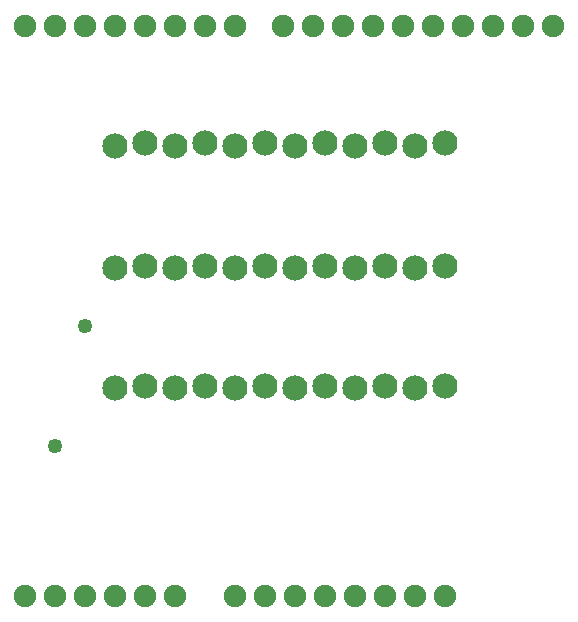
<source format=gbs>
G04 MADE WITH FRITZING*
G04 WWW.FRITZING.ORG*
G04 DOUBLE SIDED*
G04 HOLES PLATED*
G04 CONTOUR ON CENTER OF CONTOUR VECTOR*
%ASAXBY*%
%FSLAX23Y23*%
%MOIN*%
%OFA0B0*%
%SFA1.0B1.0*%
%ADD10C,0.084000*%
%ADD11C,0.075278*%
%ADD12C,0.049370*%
%LNMASK0*%
G90*
G70*
G54D10*
X507Y1618D03*
X607Y1626D03*
X707Y1618D03*
X807Y1626D03*
X907Y1618D03*
X1007Y1626D03*
X1107Y1618D03*
X1207Y1626D03*
X1307Y1618D03*
X1407Y1626D03*
X1507Y1618D03*
X1607Y1626D03*
X507Y1618D03*
X607Y1626D03*
X707Y1618D03*
X807Y1626D03*
X907Y1618D03*
X1007Y1626D03*
X1107Y1618D03*
X1207Y1626D03*
X1307Y1618D03*
X1407Y1626D03*
X1507Y1618D03*
X1607Y1626D03*
X507Y1618D03*
X607Y1626D03*
X707Y1618D03*
X807Y1626D03*
X907Y1618D03*
X1007Y1626D03*
X1107Y1618D03*
X1207Y1626D03*
X1307Y1618D03*
X1407Y1626D03*
X1507Y1618D03*
X1607Y1626D03*
X507Y1210D03*
X607Y1218D03*
X707Y1210D03*
X807Y1218D03*
X907Y1210D03*
X1007Y1218D03*
X1107Y1210D03*
X1207Y1218D03*
X1307Y1210D03*
X1407Y1218D03*
X1507Y1210D03*
X1607Y1218D03*
X507Y1210D03*
X607Y1218D03*
X707Y1210D03*
X807Y1218D03*
X907Y1210D03*
X1007Y1218D03*
X1107Y1210D03*
X1207Y1218D03*
X1307Y1210D03*
X1407Y1218D03*
X1507Y1210D03*
X1607Y1218D03*
X507Y1210D03*
X607Y1218D03*
X707Y1210D03*
X807Y1218D03*
X907Y1210D03*
X1007Y1218D03*
X1107Y1210D03*
X1207Y1218D03*
X1307Y1210D03*
X1407Y1218D03*
X1507Y1210D03*
X1607Y1218D03*
X507Y810D03*
X607Y818D03*
X707Y810D03*
X807Y818D03*
X907Y810D03*
X1007Y818D03*
X1107Y810D03*
X1207Y818D03*
X1307Y810D03*
X1407Y818D03*
X1507Y810D03*
X1607Y818D03*
X507Y810D03*
X607Y818D03*
X707Y810D03*
X807Y818D03*
X907Y810D03*
X1007Y818D03*
X1107Y810D03*
X1207Y818D03*
X1307Y810D03*
X1407Y818D03*
X1507Y810D03*
X1607Y818D03*
X507Y810D03*
X607Y818D03*
X707Y810D03*
X807Y818D03*
X907Y810D03*
X1007Y818D03*
X1107Y810D03*
X1207Y818D03*
X1307Y810D03*
X1407Y818D03*
X1507Y810D03*
X1607Y818D03*
G54D11*
X607Y118D03*
X507Y118D03*
X407Y118D03*
X307Y118D03*
X207Y118D03*
X1067Y2018D03*
X1167Y2018D03*
X1267Y2018D03*
X1367Y2018D03*
X1467Y2018D03*
X1567Y2018D03*
X1667Y2018D03*
X1767Y2018D03*
X1867Y2018D03*
X1967Y2018D03*
X207Y2018D03*
X307Y2018D03*
X407Y2018D03*
X507Y2018D03*
X607Y2018D03*
X707Y2018D03*
X807Y2018D03*
X907Y2018D03*
X1507Y118D03*
X1607Y118D03*
X1407Y118D03*
X1307Y118D03*
X1207Y118D03*
X1107Y118D03*
X1007Y118D03*
X907Y118D03*
X707Y118D03*
X607Y118D03*
X507Y118D03*
X407Y118D03*
X307Y118D03*
X207Y118D03*
X1067Y2018D03*
X1167Y2018D03*
X1267Y2018D03*
X1367Y2018D03*
X1467Y2018D03*
X1567Y2018D03*
X1667Y2018D03*
X1767Y2018D03*
X1867Y2018D03*
X1967Y2018D03*
X207Y2018D03*
X307Y2018D03*
X407Y2018D03*
X507Y2018D03*
X607Y2018D03*
X707Y2018D03*
X807Y2018D03*
X907Y2018D03*
X1507Y118D03*
X1607Y118D03*
X1407Y118D03*
X1307Y118D03*
X1207Y118D03*
X1107Y118D03*
X1007Y118D03*
X907Y118D03*
X707Y118D03*
G54D12*
X308Y617D03*
X407Y1018D03*
G04 End of Mask0*
M02*
</source>
